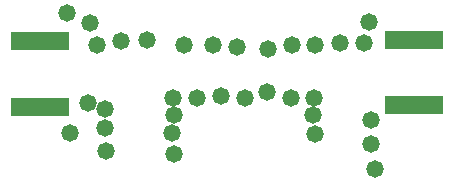
<source format=gbr>
%TF.GenerationSoftware,Altium Limited,Altium Designer,20.0.10 (225)*%
G04 Layer_Color=16711935*
%FSLAX26Y26*%
%MOIN*%
%TF.FileFunction,Soldermask,Bot*%
%TF.Part,Single*%
G01*
G75*
%TA.AperFunction,ConnectorPad*%
%ADD13R,0.196850X0.062992*%
%TA.AperFunction,SMDPad,CuDef*%
%ADD15R,0.196850X0.062992*%
%TA.AperFunction,ViaPad*%
%ADD20C,0.058000*%
D13*
X3001575Y1656236D02*
D03*
Y1438126D02*
D03*
D15*
X1755000Y1431890D02*
D03*
Y1650000D02*
D03*
D20*
X2870000Y1225000D02*
D03*
X2850000Y1715000D02*
D03*
X2835000Y1645000D02*
D03*
X2755000D02*
D03*
X1855000Y1345000D02*
D03*
X1920000Y1710000D02*
D03*
X1845000Y1745000D02*
D03*
X1942846Y1639741D02*
D03*
X1915000Y1445000D02*
D03*
X1970000Y1425000D02*
D03*
X2195000Y1345000D02*
D03*
X1970000Y1360000D02*
D03*
X1975000Y1285000D02*
D03*
X2200000Y1275000D02*
D03*
X2670000Y1340000D02*
D03*
X2858374Y1309542D02*
D03*
Y1389070D02*
D03*
X2409228Y1631158D02*
D03*
X2330036Y1638452D02*
D03*
X2277523Y1462730D02*
D03*
X2356818Y1468810D02*
D03*
X2436013Y1461548D02*
D03*
X2110000Y1655000D02*
D03*
X2025000Y1650000D02*
D03*
X2200000Y1405000D02*
D03*
X2198486Y1461548D02*
D03*
X2232641Y1637249D02*
D03*
X2672015Y1638906D02*
D03*
X2592488D02*
D03*
X2514392Y1623884D02*
D03*
X2511679Y1480037D02*
D03*
X2589028Y1461548D02*
D03*
X2668553Y1462157D02*
D03*
X2665000Y1405000D02*
D03*
%TF.MD5,e88cc7f100a1da1db2194974321f8279*%
M02*

</source>
